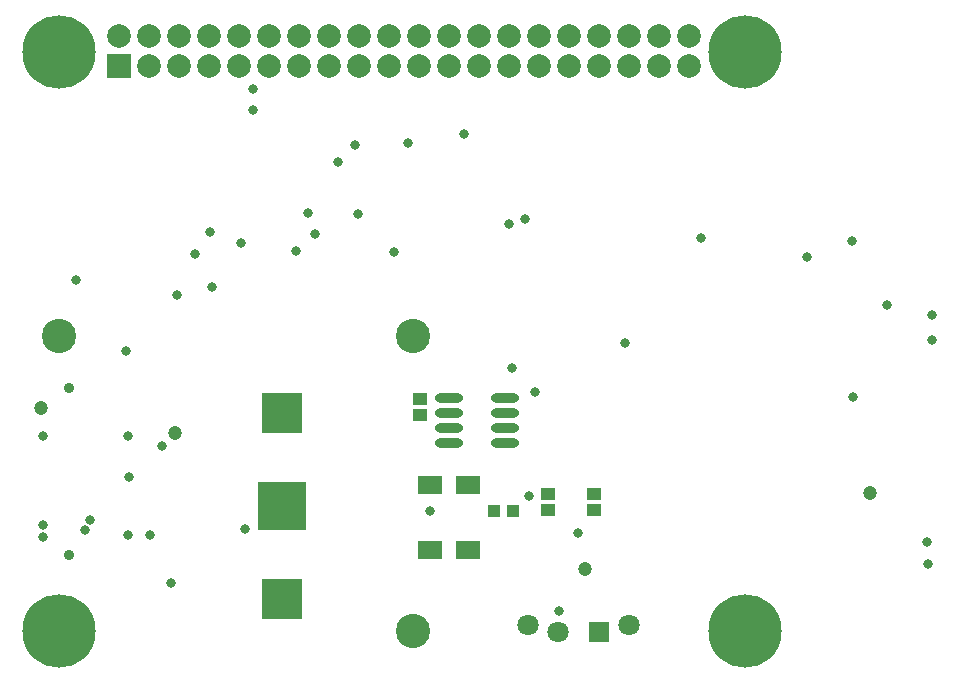
<source format=gbs>
G04*
G04 #@! TF.GenerationSoftware,Altium Limited,Altium Designer,18.1.6 (161)*
G04*
G04 Layer_Color=16711935*
%FSLAX25Y25*%
%MOIN*%
G70*
G01*
G75*
%ADD45R,0.04147X0.04147*%
%ADD47R,0.04537X0.04143*%
%ADD66R,0.07099X0.07099*%
%ADD72C,0.24422*%
%ADD73C,0.07887*%
%ADD74R,0.07887X0.07887*%
%ADD75C,0.07099*%
%ADD76C,0.03556*%
%ADD77C,0.11430*%
%ADD78C,0.03162*%
%ADD79C,0.04737*%
%ADD94O,0.09461X0.03162*%
%ADD95R,0.13320X0.13320*%
%ADD96R,0.16391X0.16391*%
%ADD97R,0.08280X0.05918*%
D45*
X151083Y39961D02*
D03*
X144980D02*
D03*
D47*
X120276Y72118D02*
D03*
Y77433D02*
D03*
X178150Y40453D02*
D03*
Y45768D02*
D03*
X162697Y40453D02*
D03*
Y45768D02*
D03*
D66*
X179921Y-315D02*
D03*
D72*
X0Y0D02*
D03*
X228346D02*
D03*
Y192913D02*
D03*
X0D02*
D03*
D73*
X19764Y198189D02*
D03*
X29764Y188189D02*
D03*
Y198189D02*
D03*
X39764Y188189D02*
D03*
Y198189D02*
D03*
X49764Y188189D02*
D03*
Y198189D02*
D03*
X59764Y188189D02*
D03*
Y198189D02*
D03*
X69764Y188189D02*
D03*
Y198189D02*
D03*
X79764Y188189D02*
D03*
Y198189D02*
D03*
X89764Y188189D02*
D03*
Y198189D02*
D03*
X99764Y188189D02*
D03*
Y198189D02*
D03*
X109764Y188189D02*
D03*
Y198189D02*
D03*
X119764Y188189D02*
D03*
Y198189D02*
D03*
X129764Y188189D02*
D03*
Y198189D02*
D03*
X139764Y188189D02*
D03*
Y198189D02*
D03*
X149764Y188189D02*
D03*
Y198189D02*
D03*
X159764Y188189D02*
D03*
Y198189D02*
D03*
X169764Y188189D02*
D03*
Y198189D02*
D03*
X179764Y188189D02*
D03*
Y198189D02*
D03*
X189764Y188189D02*
D03*
Y198189D02*
D03*
X199764Y188189D02*
D03*
Y198189D02*
D03*
X209764Y188189D02*
D03*
Y198189D02*
D03*
D74*
X19764Y188189D02*
D03*
D75*
X166142Y-315D02*
D03*
X189764Y2165D02*
D03*
X156299D02*
D03*
D76*
X3150Y80905D02*
D03*
Y25394D02*
D03*
D77*
X-295Y98425D02*
D03*
X117815D02*
D03*
Y0D02*
D03*
X-295D02*
D03*
D78*
X123575Y39961D02*
D03*
X37008Y16142D02*
D03*
X30256Y31890D02*
D03*
X99606Y139075D02*
D03*
X92913Y156201D02*
D03*
X60630Y129421D02*
D03*
X10039Y37008D02*
D03*
X-5512Y35236D02*
D03*
X-5652Y31201D02*
D03*
X8563Y33760D02*
D03*
X5512Y117079D02*
D03*
X50787Y114665D02*
D03*
X39075Y112106D02*
D03*
X64370Y180709D02*
D03*
X64468Y173819D02*
D03*
X78740Y126772D02*
D03*
X23130Y51378D02*
D03*
X22244Y93405D02*
D03*
X264469Y77953D02*
D03*
X290846Y97146D02*
D03*
Y105409D02*
D03*
X166339Y6644D02*
D03*
X213943Y130905D02*
D03*
X188484Y96063D02*
D03*
X45177Y125681D02*
D03*
X111516Y126476D02*
D03*
X155020Y137205D02*
D03*
X158563Y79626D02*
D03*
X150886Y87697D02*
D03*
X156618Y45153D02*
D03*
X289469Y22244D02*
D03*
X289330Y29520D02*
D03*
X134743Y165847D02*
D03*
X98622Y162008D02*
D03*
X50098Y133161D02*
D03*
X-5512Y64941D02*
D03*
X22719Y65158D02*
D03*
X22835Y31890D02*
D03*
X61811Y33858D02*
D03*
X172835Y32677D02*
D03*
X275984Y108735D02*
D03*
X149764Y135827D02*
D03*
X249016Y124803D02*
D03*
X264173Y129921D02*
D03*
X116142Y162598D02*
D03*
X82677Y139445D02*
D03*
X34252Y61811D02*
D03*
X85039Y132283D02*
D03*
D79*
X-6103Y74216D02*
D03*
X270079Y46063D02*
D03*
X175197Y20586D02*
D03*
X38583Y66142D02*
D03*
D94*
X129748Y62650D02*
D03*
Y67650D02*
D03*
Y72650D02*
D03*
Y77650D02*
D03*
X148646Y62650D02*
D03*
Y67650D02*
D03*
Y72650D02*
D03*
Y77650D02*
D03*
D95*
X74213Y72787D02*
D03*
Y10819D02*
D03*
D96*
Y41803D02*
D03*
D97*
X123425Y27165D02*
D03*
X136024D02*
D03*
Y48819D02*
D03*
X123425D02*
D03*
M02*

</source>
